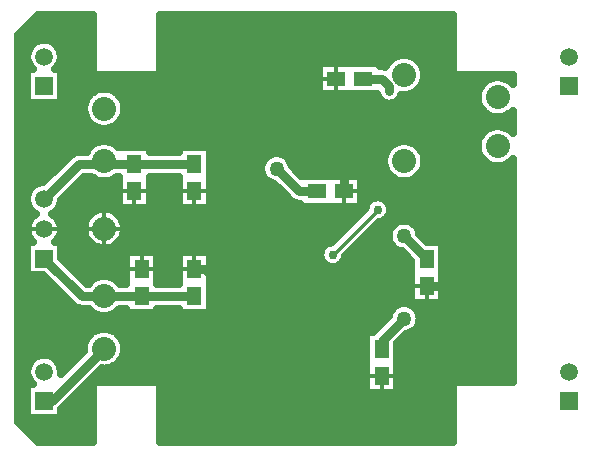
<source format=gbr>
G04 DipTrace 3.3.1.3*
G04 Bottom.gbr*
%MOIN*%
G04 #@! TF.FileFunction,Copper,L2,Bot*
G04 #@! TF.Part,Single*
G04 #@! TA.AperFunction,ViaPad*
%ADD14C,0.03*%
G04 #@! TA.AperFunction,Conductor*
%ADD16C,0.01*%
G04 #@! TA.AperFunction,CopperBalancing*
%ADD17C,0.025*%
%ADD18C,0.013*%
%ADD21R,0.06X0.05*%
%ADD22R,0.05X0.06*%
G04 #@! TA.AperFunction,ViaPad*
%ADD23C,0.05*%
G04 #@! TA.AperFunction,ComponentPad*
%ADD24R,0.05937X0.05937*%
%ADD25C,0.05937*%
%ADD32C,0.08*%
%FSLAX26Y26*%
G04*
G70*
G90*
G75*
G01*
G04 Bottom*
%LPD*%
X625000Y525000D2*
D14*
X450000D1*
X325224D1*
X250000D1*
X125000Y650000D1*
X1275000Y1208031D2*
Y1225000D1*
X1250000Y1250000D1*
X1187500D1*
X1250000Y350000D2*
Y375000D1*
X1325000Y450000D1*
X1400000Y650000D2*
X1325000Y725000D1*
X325000Y525000D2*
X325224D1*
X625000Y965000D2*
X425000D1*
X314190D1*
X241575D1*
X125000Y848425D1*
X1035000Y875000D2*
X975000D1*
X900000Y950000D1*
X325000Y975000D2*
X324190D1*
X314190Y965000D1*
X750000Y525000D2*
X660000Y615000D1*
X625000D1*
X1150000Y950000D2*
X1125000Y925000D1*
Y875000D1*
X1550000Y575000D2*
X1535000Y560000D1*
X1400000D1*
X1087500Y662500D2*
D16*
X1237500Y812500D1*
X125000Y175000D2*
D14*
X150000D1*
X325000Y350000D1*
X1275000Y1208031D3*
D23*
X900000Y950000D3*
X750000Y525000D3*
X1150000Y950000D3*
D14*
X1550000Y575000D3*
X1087500Y662500D3*
X1237500Y812500D3*
D23*
X1175000Y500000D3*
X1350000Y175000D3*
X1575000Y300000D3*
X1325000Y450000D3*
Y725000D3*
X82791Y1437631D2*
D17*
X284987D1*
X515017D2*
X1484991D1*
X57924Y1412762D2*
X284987D1*
X515017D2*
X1484991D1*
X40018Y1387894D2*
X284987D1*
X515017D2*
X1484991D1*
X40018Y1363025D2*
X82636D1*
X167371D2*
X284987D1*
X515017D2*
X1484991D1*
X40018Y1338156D2*
X68282D1*
X181724D2*
X284987D1*
X515017D2*
X1484991D1*
X40018Y1313287D2*
X67241D1*
X182765D2*
X284987D1*
X515017D2*
X1279554D1*
X1370424D2*
X1484991D1*
X40018Y1288419D2*
X78546D1*
X171462D2*
X284987D1*
X515017D2*
X1038483D1*
X1388726D2*
X1484991D1*
X40018Y1263550D2*
X66308D1*
X183698D2*
X292487D1*
X507517D2*
X1038483D1*
X1394000D2*
X1492490D1*
X40018Y1238681D2*
X66308D1*
X183698D2*
X1038483D1*
X1389587D2*
X1592535D1*
X40018Y1213812D2*
X66308D1*
X183698D2*
X303790D1*
X346218D2*
X1038483D1*
X1372793D2*
X1573911D1*
X40018Y1188944D2*
X66308D1*
X183698D2*
X268588D1*
X381420D2*
X1235667D1*
X1314337D2*
X1568529D1*
X40018Y1164075D2*
X257500D1*
X392508D2*
X1572762D1*
X40018Y1139206D2*
X256890D1*
X393118D2*
X1589270D1*
X40018Y1114337D2*
X266364D1*
X383644D2*
X1685009D1*
X40018Y1089469D2*
X294963D1*
X355045D2*
X1618694D1*
X1656314D2*
X1685009D1*
X40018Y1064600D2*
X1581591D1*
X40018Y1039731D2*
X307272D1*
X342738D2*
X1307256D1*
X1342722D2*
X1570143D1*
X40018Y1014862D2*
X269270D1*
X478990D2*
X570984D1*
X679008D2*
X1269255D1*
X1380723D2*
X1569282D1*
X40018Y989993D2*
X205396D1*
X679008D2*
X865055D1*
X934933D2*
X1257699D1*
X1392278D2*
X1578469D1*
X40018Y965125D2*
X180492D1*
X679008D2*
X848261D1*
X951727D2*
X1256731D1*
X1393247D2*
X1606063D1*
X1668945D2*
X1685009D1*
X40018Y940256D2*
X155625D1*
X679008D2*
X846933D1*
X970925D2*
X1265810D1*
X1384203D2*
X1685009D1*
X40018Y915387D2*
X130757D1*
X253134D2*
X293025D1*
X356983D2*
X371001D1*
X478990D2*
X570984D1*
X679008D2*
X859349D1*
X1184005D2*
X1293046D1*
X1356967D2*
X1685009D1*
X40018Y890518D2*
X85291D1*
X228266D2*
X371001D1*
X478990D2*
X570984D1*
X679008D2*
X898283D1*
X1184005D2*
X1685009D1*
X40018Y865650D2*
X69037D1*
X203399D2*
X371001D1*
X478990D2*
X570984D1*
X679008D2*
X923151D1*
X1184005D2*
X1685009D1*
X40018Y840781D2*
X66848D1*
X183160D2*
X371001D1*
X478990D2*
X570984D1*
X679008D2*
X949024D1*
X1184005D2*
X1204627D1*
X1270379D2*
X1685009D1*
X40018Y815912D2*
X76680D1*
X173328D2*
X313694D1*
X336314D2*
X1193647D1*
X1281360D2*
X1685009D1*
X40018Y791043D2*
X85902D1*
X164105D2*
X270167D1*
X379806D2*
X1168995D1*
X1275510D2*
X1685009D1*
X40018Y766175D2*
X69180D1*
X180791D2*
X258003D1*
X392007D2*
X1144126D1*
X1238227D2*
X1291575D1*
X1358438D2*
X1685009D1*
X40018Y741306D2*
X66776D1*
X183232D2*
X256567D1*
X393441D2*
X1119259D1*
X1213360D2*
X1273633D1*
X1376345D2*
X1685009D1*
X40018Y716437D2*
X76320D1*
X173686D2*
X265108D1*
X384900D2*
X1094391D1*
X1188491D2*
X1271731D1*
X1394753D2*
X1685009D1*
X40018Y691568D2*
X66308D1*
X183698D2*
X290765D1*
X359244D2*
X1055385D1*
X1163623D2*
X1283322D1*
X1453999D2*
X1685009D1*
X40018Y666699D2*
X66308D1*
X183698D2*
X396013D1*
X504000D2*
X570984D1*
X679008D2*
X1043722D1*
X1138756D2*
X1322112D1*
X1453999D2*
X1685009D1*
X40018Y641831D2*
X66308D1*
X194356D2*
X396013D1*
X504000D2*
X570984D1*
X679008D2*
X1048997D1*
X1125982D2*
X1346010D1*
X1453999D2*
X1685009D1*
X40018Y616962D2*
X66308D1*
X219223D2*
X396013D1*
X504000D2*
X570984D1*
X679008D2*
X1346010D1*
X1453999D2*
X1685009D1*
X40018Y592093D2*
X121714D1*
X244092D2*
X396013D1*
X504000D2*
X570984D1*
X679008D2*
X1346010D1*
X1453999D2*
X1685009D1*
X40018Y567224D2*
X146581D1*
X378873D2*
X396013D1*
X504000D2*
X570984D1*
X679008D2*
X1346010D1*
X1453999D2*
X1685009D1*
X40018Y542356D2*
X171450D1*
X679008D2*
X1346010D1*
X1453999D2*
X1685009D1*
X40018Y517487D2*
X196318D1*
X679008D2*
X1346010D1*
X1453999D2*
X1685009D1*
X40018Y492618D2*
X221543D1*
X679008D2*
X1293584D1*
X1356429D2*
X1685009D1*
X40018Y467749D2*
X288684D1*
X361325D2*
X1274171D1*
X1375843D2*
X1685009D1*
X40018Y442881D2*
X1256696D1*
X1378499D2*
X1685009D1*
X40018Y418012D2*
X1231827D1*
X1367877D2*
X1685009D1*
X40018Y393143D2*
X271890D1*
X378118D2*
X1196014D1*
X1329337D2*
X1685009D1*
X40018Y368274D2*
X258576D1*
X391432D2*
X1196014D1*
X1304469D2*
X1685009D1*
X40018Y343406D2*
X256316D1*
X393656D2*
X1196014D1*
X1304003D2*
X1685009D1*
X40018Y318537D2*
X89024D1*
X160983D2*
X232345D1*
X386085D2*
X1196014D1*
X1304003D2*
X1685009D1*
X40018Y293668D2*
X70077D1*
X179895D2*
X207478D1*
X362832D2*
X1196014D1*
X1304003D2*
X1685009D1*
X40018Y268799D2*
X66488D1*
X304987D2*
X1196014D1*
X1304003D2*
X1685009D1*
X40018Y243930D2*
X74671D1*
X280119D2*
X1196014D1*
X1304003D2*
X1685009D1*
X40018Y219062D2*
X66308D1*
X255251D2*
X284987D1*
X515017D2*
X1196014D1*
X1304003D2*
X1484991D1*
X40018Y194193D2*
X66308D1*
X230383D2*
X284987D1*
X515017D2*
X1484991D1*
X40018Y169324D2*
X66308D1*
X205516D2*
X284987D1*
X515017D2*
X1484991D1*
X40018Y144455D2*
X66308D1*
X183698D2*
X284987D1*
X515017D2*
X1484991D1*
X40018Y119587D2*
X66308D1*
X183698D2*
X284987D1*
X515017D2*
X1484991D1*
X50461Y94718D2*
X284987D1*
X515017D2*
X1484991D1*
X75328Y69849D2*
X284987D1*
X515017D2*
X1484991D1*
X100196Y44980D2*
X284987D1*
X515017D2*
X1484991D1*
X1207686Y406500D2*
X1222794D1*
X1274134Y458056D1*
X1276021Y465915D1*
X1279113Y473381D1*
X1283336Y480270D1*
X1288584Y486416D1*
X1294730Y491664D1*
X1301619Y495887D1*
X1309085Y498979D1*
X1316944Y500866D1*
X1325000Y501500D1*
X1333056Y500866D1*
X1340915Y498979D1*
X1348381Y495887D1*
X1355270Y491664D1*
X1361416Y486416D1*
X1366664Y480270D1*
X1370887Y473381D1*
X1373979Y465915D1*
X1375866Y458056D1*
X1376500Y450000D1*
X1375866Y441944D1*
X1373979Y434085D1*
X1370887Y426619D1*
X1366664Y419730D1*
X1361416Y413584D1*
X1355270Y408336D1*
X1348381Y404113D1*
X1340915Y401021D1*
X1332790Y399102D1*
X1301491Y367801D1*
X1301500Y203500D1*
X1198500D1*
Y406500D1*
X1207686D1*
X501500Y483500D2*
Y468500D1*
X398500D1*
Y483535D1*
X376975Y483500D1*
X372022Y477978D1*
X364088Y471201D1*
X355190Y465748D1*
X345550Y461755D1*
X335403Y459319D1*
X325000Y458500D1*
X314597Y459319D1*
X304450Y461755D1*
X294810Y465748D1*
X285912Y471201D1*
X277978Y477978D1*
X273108Y483493D1*
X246744Y483627D1*
X240312Y484647D1*
X234118Y486659D1*
X228316Y489615D1*
X223047Y493444D1*
X194672Y521638D1*
X122483Y593827D1*
X68815Y593815D1*
Y706185D1*
X87941D1*
X82825Y711303D1*
X78344Y717121D1*
X74659Y723474D1*
X71835Y730253D1*
X69919Y737343D1*
X68944Y744621D1*
X68927Y751965D1*
X69867Y759248D1*
X71749Y766346D1*
X74542Y773139D1*
X78197Y779509D1*
X82651Y785348D1*
X87828Y790556D1*
X93640Y795045D1*
X99383Y798423D1*
X91975Y802971D1*
X85272Y808697D1*
X79546Y815400D1*
X74938Y822917D1*
X71564Y831063D1*
X69507Y839636D1*
X68815Y848425D1*
X69507Y857214D1*
X71564Y865787D1*
X74938Y873933D1*
X79546Y881450D1*
X85272Y888154D1*
X91975Y893879D1*
X99492Y898487D1*
X107638Y901861D1*
X116211Y903919D1*
X122400Y904508D1*
X214622Y996556D1*
X219891Y1000385D1*
X225693Y1003341D1*
X231887Y1005353D1*
X238319Y1006373D1*
X266442Y1006500D1*
X271201Y1014088D1*
X277978Y1022022D1*
X285912Y1028799D1*
X294810Y1034252D1*
X304450Y1038245D1*
X314597Y1040681D1*
X325000Y1041500D1*
X335403Y1040681D1*
X345550Y1038245D1*
X355190Y1034252D1*
X364088Y1028799D1*
X372022Y1022022D1*
X373504Y1020420D1*
X373500Y1021500D1*
X476500D1*
Y1006465D1*
X573525Y1006500D1*
X573500Y1021500D1*
X676500D1*
Y818500D1*
X573500D1*
Y923504D1*
X476475Y923500D1*
X476500Y818500D1*
X373500D1*
Y923504D1*
X367047Y923500D1*
X359747Y918299D1*
X350449Y913562D1*
X340524Y910337D1*
X330218Y908705D1*
X319782D1*
X309476Y910337D1*
X299551Y913562D1*
X290253Y918299D1*
X282982Y923512D1*
X258749Y923500D1*
X181121Y845857D1*
X180493Y839636D1*
X178436Y831063D1*
X175062Y822917D1*
X170454Y815400D1*
X164728Y808697D1*
X158025Y802971D1*
X150613Y798423D1*
X156029Y795265D1*
X161873Y790818D1*
X167087Y785647D1*
X171583Y779840D1*
X175282Y773495D1*
X178122Y766723D1*
X180055Y759638D1*
X181047Y752362D1*
X181064Y744753D1*
X180108Y737472D1*
X178207Y730378D1*
X175399Y723593D1*
X171730Y717231D1*
X167262Y711403D1*
X162045Y706184D1*
X181185Y706185D1*
Y652538D1*
X267182Y566507D1*
X273073Y566500D1*
X277978Y572022D1*
X285912Y578799D1*
X294810Y584252D1*
X304450Y588245D1*
X314597Y590681D1*
X325000Y591500D1*
X335403Y590681D1*
X345550Y588245D1*
X355190Y584252D1*
X364088Y578799D1*
X372022Y572022D1*
X376892Y566507D1*
X398535Y566500D1*
X398500Y671500D1*
X501500D1*
Y566496D1*
X573478Y566500D1*
X573500Y671500D1*
X676500D1*
Y468500D1*
X573500D1*
Y483535D1*
X501522Y483500D1*
X1402219Y706500D2*
X1451500D1*
Y503500D1*
X1348500D1*
Y642841D1*
X1316944Y674134D1*
X1309085Y676021D1*
X1301619Y679113D1*
X1294730Y683336D1*
X1288584Y688584D1*
X1283336Y694730D1*
X1279113Y701619D1*
X1276021Y709085D1*
X1274134Y716944D1*
X1273500Y725000D1*
X1274134Y733056D1*
X1276021Y740915D1*
X1279113Y748381D1*
X1283336Y755270D1*
X1288584Y761416D1*
X1294730Y766664D1*
X1301619Y770887D1*
X1309085Y773979D1*
X1316944Y775866D1*
X1325000Y776500D1*
X1333056Y775866D1*
X1340915Y773979D1*
X1348381Y770887D1*
X1355270Y766664D1*
X1361416Y761416D1*
X1366664Y755270D1*
X1370887Y748381D1*
X1373979Y740915D1*
X1375898Y732790D1*
X1402175Y706514D1*
X1140186Y1301500D2*
X1244000D1*
Y1291488D1*
X1253256Y1291373D1*
X1259688Y1290353D1*
X1262836Y1289465D1*
X1265748Y1292690D1*
X1271201Y1301588D1*
X1277978Y1309522D1*
X1285912Y1316299D1*
X1294810Y1321752D1*
X1304450Y1325745D1*
X1314597Y1328181D1*
X1325000Y1329000D1*
X1335403Y1328181D1*
X1345550Y1325745D1*
X1355190Y1321752D1*
X1364088Y1316299D1*
X1372022Y1309522D1*
X1378799Y1301588D1*
X1384252Y1292690D1*
X1388245Y1283050D1*
X1390681Y1272903D1*
X1391500Y1262500D1*
X1390681Y1252097D1*
X1388245Y1241950D1*
X1384252Y1232310D1*
X1378799Y1223412D1*
X1372022Y1215478D1*
X1364088Y1208701D1*
X1355190Y1203248D1*
X1345550Y1199255D1*
X1335403Y1196819D1*
X1325000Y1196000D1*
X1314941Y1196778D1*
X1313341Y1192150D1*
X1310385Y1186348D1*
X1306556Y1181079D1*
X1301953Y1176475D1*
X1296684Y1172647D1*
X1290882Y1169690D1*
X1284688Y1167678D1*
X1278256Y1166659D1*
X1271744D1*
X1265312Y1167678D1*
X1259118Y1169690D1*
X1253316Y1172647D1*
X1248047Y1176475D1*
X1243444Y1181079D1*
X1239615Y1186348D1*
X1236659Y1192150D1*
X1234644Y1198356D1*
X1179696Y1198500D1*
X1041000D1*
Y1301500D1*
X1140186D1*
X1070337Y926500D2*
X1181500D1*
Y823500D1*
X978500D1*
Y833512D1*
X971744Y833627D1*
X965312Y834647D1*
X959118Y836659D1*
X953316Y839615D1*
X948047Y843444D1*
X919672Y871638D1*
X891944Y899134D1*
X884085Y901021D1*
X876619Y904113D1*
X869730Y908336D1*
X863584Y913584D1*
X858336Y919730D1*
X854113Y926619D1*
X851021Y934085D1*
X849134Y941944D1*
X848500Y950000D1*
X849134Y958056D1*
X851021Y965915D1*
X854113Y973381D1*
X858336Y980270D1*
X863584Y986416D1*
X869730Y991664D1*
X876619Y995887D1*
X884085Y998979D1*
X891944Y1000866D1*
X900000Y1001500D1*
X908056Y1000866D1*
X915915Y998979D1*
X923381Y995887D1*
X930270Y991664D1*
X936416Y986416D1*
X941664Y980270D1*
X945887Y973381D1*
X948979Y965915D1*
X950898Y957790D1*
X982199Y926491D1*
X1070337Y926500D1*
X78001Y1281185D2*
X87941D1*
X82277Y1286936D1*
X77094Y1294068D1*
X73092Y1301924D1*
X70367Y1310310D1*
X68988Y1319017D1*
Y1327833D1*
X70367Y1336541D1*
X73092Y1344927D1*
X77094Y1352782D1*
X82277Y1359915D1*
X88510Y1366148D1*
X95643Y1371331D1*
X103499Y1375333D1*
X111885Y1378058D1*
X120592Y1379437D1*
X129408D1*
X138115Y1378058D1*
X146501Y1375333D1*
X154357Y1371331D1*
X161490Y1366148D1*
X167723Y1359915D1*
X172906Y1352782D1*
X176908Y1344927D1*
X179633Y1336541D1*
X181012Y1327833D1*
Y1319017D1*
X179633Y1310310D1*
X176908Y1301924D1*
X172906Y1294068D1*
X167723Y1286936D1*
X162008Y1281181D1*
X181185Y1281185D1*
Y1168815D1*
X68815D1*
Y1281185D1*
X78001D1*
Y231185D2*
X87941D1*
X82277Y236936D1*
X77094Y244068D1*
X73092Y251924D1*
X70367Y260310D1*
X68988Y269017D1*
Y277833D1*
X70367Y286541D1*
X73092Y294927D1*
X77094Y302782D1*
X82277Y309915D1*
X88510Y316148D1*
X95643Y321331D1*
X103499Y325333D1*
X111885Y328058D1*
X120592Y329437D1*
X129408D1*
X138115Y328058D1*
X146501Y325333D1*
X154357Y321331D1*
X161490Y316148D1*
X167723Y309915D1*
X172906Y302782D1*
X176908Y294927D1*
X179633Y286541D1*
X181012Y277833D1*
Y269017D1*
X180382Y264079D1*
X258917Y342608D1*
X258500Y350000D1*
X259319Y360403D1*
X261755Y370550D1*
X265748Y380190D1*
X271201Y389088D1*
X277978Y397022D1*
X285912Y403799D1*
X294810Y409252D1*
X304450Y413245D1*
X314597Y415681D1*
X325000Y416500D1*
X335403Y415681D1*
X345550Y413245D1*
X355190Y409252D1*
X364088Y403799D1*
X372022Y397022D1*
X378799Y389088D1*
X384252Y380190D1*
X388245Y370550D1*
X390681Y360403D1*
X391500Y350000D1*
X390681Y339597D1*
X388245Y329450D1*
X384252Y319810D1*
X378799Y310912D1*
X372022Y302978D1*
X364088Y296201D1*
X355190Y290748D1*
X345550Y286755D1*
X335403Y284319D1*
X325000Y283500D1*
X317656Y283957D1*
X181184Y147493D1*
X181185Y118815D1*
X68815D1*
Y231185D1*
X78001D1*
X391475Y748163D2*
X390866Y740843D1*
X389455Y733634D1*
X387257Y726626D1*
X384299Y719902D1*
X380618Y713546D1*
X376259Y707634D1*
X371273Y702240D1*
X365723Y697428D1*
X359677Y693257D1*
X353207Y689778D1*
X346394Y687035D1*
X339319Y685060D1*
X332070Y683877D1*
X324734Y683500D1*
X317402Y683936D1*
X310161Y685177D1*
X303102Y687209D1*
X296311Y690007D1*
X289870Y693537D1*
X283857Y697756D1*
X278345Y702612D1*
X273404Y708046D1*
X269092Y713992D1*
X265462Y720378D1*
X262558Y727126D1*
X260416Y734151D1*
X259062Y741371D1*
X258513Y748696D1*
X258774Y756037D1*
X259844Y763303D1*
X261709Y770408D1*
X264346Y777264D1*
X267723Y783787D1*
X271798Y789898D1*
X276524Y795522D1*
X281840Y800591D1*
X287682Y805042D1*
X293980Y808822D1*
X300657Y811885D1*
X307630Y814192D1*
X314816Y815715D1*
X322126Y816438D1*
X329471Y816349D1*
X336761Y815451D1*
X343908Y813756D1*
X350824Y811281D1*
X357425Y808059D1*
X363630Y804129D1*
X369365Y799538D1*
X374558Y794344D1*
X379146Y788608D1*
X383073Y782400D1*
X386293Y775798D1*
X388764Y768881D1*
X390457Y761734D1*
X391352Y754442D1*
X391475Y748163D1*
X391295Y1144782D2*
X389663Y1134476D1*
X386438Y1124551D1*
X381701Y1115253D1*
X375567Y1106812D1*
X368188Y1099433D1*
X359747Y1093299D1*
X350449Y1088562D1*
X340524Y1085337D1*
X330218Y1083705D1*
X319782D1*
X309476Y1085337D1*
X299551Y1088562D1*
X290253Y1093299D1*
X281812Y1099433D1*
X274433Y1106812D1*
X268299Y1115253D1*
X263562Y1124551D1*
X260337Y1134476D1*
X258705Y1144782D1*
Y1155218D1*
X260337Y1165524D1*
X263562Y1175449D1*
X268299Y1184747D1*
X274433Y1193188D1*
X281812Y1200567D1*
X290253Y1206701D1*
X299551Y1211438D1*
X309476Y1214663D1*
X319782Y1216295D1*
X330218D1*
X340524Y1214663D1*
X350449Y1211438D1*
X359747Y1206701D1*
X368188Y1200567D1*
X375567Y1193188D1*
X381701Y1184747D1*
X386438Y1175449D1*
X389663Y1165524D1*
X391295Y1155218D1*
Y1144782D1*
X1391295Y969782D2*
X1389663Y959476D1*
X1386438Y949551D1*
X1381701Y940253D1*
X1375567Y931812D1*
X1368188Y924433D1*
X1359747Y918299D1*
X1350449Y913562D1*
X1340524Y910337D1*
X1330218Y908705D1*
X1319782D1*
X1309476Y910337D1*
X1299551Y913562D1*
X1290253Y918299D1*
X1281812Y924433D1*
X1274433Y931812D1*
X1268299Y940253D1*
X1263562Y949551D1*
X1260337Y959476D1*
X1258705Y969782D1*
Y980218D1*
X1260337Y990524D1*
X1263562Y1000449D1*
X1268299Y1009747D1*
X1274433Y1018188D1*
X1281812Y1025567D1*
X1290253Y1031701D1*
X1299551Y1036438D1*
X1309476Y1039663D1*
X1319782Y1041295D1*
X1330218D1*
X1340524Y1039663D1*
X1350449Y1036438D1*
X1359747Y1031701D1*
X1368188Y1025567D1*
X1375567Y1018188D1*
X1381701Y1009747D1*
X1386438Y1000449D1*
X1389663Y990524D1*
X1391295Y980218D1*
Y969782D1*
X1687499Y981198D2*
X1680688Y974433D1*
X1672247Y968299D1*
X1662949Y963562D1*
X1653024Y960337D1*
X1642718Y958705D1*
X1632282D1*
X1621976Y960337D1*
X1612051Y963562D1*
X1602753Y968299D1*
X1594312Y974433D1*
X1586933Y981812D1*
X1580799Y990253D1*
X1576062Y999551D1*
X1572837Y1009476D1*
X1571205Y1019782D1*
Y1030218D1*
X1572837Y1040524D1*
X1576062Y1050449D1*
X1580799Y1059747D1*
X1586933Y1068188D1*
X1594312Y1075567D1*
X1602753Y1081701D1*
X1612051Y1086438D1*
X1621976Y1089663D1*
X1632282Y1091295D1*
X1642718D1*
X1653024Y1089663D1*
X1662949Y1086438D1*
X1672247Y1081701D1*
X1680688Y1075567D1*
X1687499Y1068802D1*
X1687500Y1143626D1*
X1680688Y1136933D1*
X1672247Y1130799D1*
X1662949Y1126062D1*
X1653024Y1122837D1*
X1642718Y1121205D1*
X1632282D1*
X1621976Y1122837D1*
X1612051Y1126062D1*
X1602753Y1130799D1*
X1594312Y1136933D1*
X1586933Y1144312D1*
X1580799Y1152753D1*
X1576062Y1162051D1*
X1572837Y1171976D1*
X1571205Y1182282D1*
Y1192718D1*
X1572837Y1203024D1*
X1576062Y1212949D1*
X1580799Y1222247D1*
X1586933Y1230688D1*
X1594312Y1238067D1*
X1602753Y1244201D1*
X1612051Y1248938D1*
X1621976Y1252163D1*
X1632282Y1253795D1*
X1642718D1*
X1653024Y1252163D1*
X1662949Y1248938D1*
X1672247Y1244201D1*
X1680688Y1238067D1*
X1687499Y1231302D1*
X1687500Y1262474D1*
X1498045Y1262654D1*
X1495217Y1263451D1*
X1492652Y1264887D1*
X1490495Y1266882D1*
X1488862Y1269325D1*
X1487845Y1272081D1*
X1487500Y1275004D1*
Y1462495D1*
X512503Y1462500D1*
X512346Y1273045D1*
X511549Y1270217D1*
X510113Y1267652D1*
X508118Y1265495D1*
X505675Y1263862D1*
X502919Y1262845D1*
X499996Y1262500D1*
X298045Y1262654D1*
X295217Y1263451D1*
X292652Y1264887D1*
X290495Y1266882D1*
X288862Y1269325D1*
X287845Y1272081D1*
X287500Y1275004D1*
Y1462495D1*
X105177Y1462500D1*
X37513Y1394835D1*
X37500Y105190D1*
X105165Y37513D1*
X287495Y37500D1*
X287654Y226955D1*
X288451Y229783D1*
X289887Y232348D1*
X291882Y234505D1*
X294325Y236138D1*
X297081Y237155D1*
X300004Y237500D1*
X501955Y237346D1*
X504783Y236549D1*
X507348Y235113D1*
X509505Y233118D1*
X511138Y230675D1*
X512155Y227919D1*
X512500Y224996D1*
Y37505D1*
X1487497Y37500D1*
X1487654Y226955D1*
X1488451Y229783D1*
X1489887Y232348D1*
X1491882Y234505D1*
X1494325Y236138D1*
X1497081Y237155D1*
X1500004Y237500D1*
X1687495D1*
X1687500Y981142D1*
X1084332Y703881D2*
X1196127Y815756D1*
X1197147Y822188D1*
X1199159Y828382D1*
X1202115Y834184D1*
X1205944Y839451D1*
X1210549Y844056D1*
X1215816Y847885D1*
X1221618Y850841D1*
X1227812Y852853D1*
X1234244Y853873D1*
X1240756D1*
X1247188Y852853D1*
X1253382Y850841D1*
X1259184Y847885D1*
X1264451Y844056D1*
X1269056Y839451D1*
X1272885Y834184D1*
X1275841Y828382D1*
X1277853Y822188D1*
X1278873Y815756D1*
Y809244D1*
X1277853Y802812D1*
X1275841Y796618D1*
X1272885Y790816D1*
X1269056Y785549D1*
X1264451Y780944D1*
X1259184Y777115D1*
X1253382Y774159D1*
X1247188Y772147D1*
X1240667Y771125D1*
X1128873Y659244D1*
X1127853Y652812D1*
X1125841Y646618D1*
X1122885Y640816D1*
X1119056Y635549D1*
X1114451Y630944D1*
X1109184Y627115D1*
X1103382Y624159D1*
X1097188Y622147D1*
X1090756Y621127D1*
X1084244D1*
X1077812Y622147D1*
X1071618Y624159D1*
X1065816Y627115D1*
X1060549Y630944D1*
X1055944Y635549D1*
X1052115Y640816D1*
X1049159Y646618D1*
X1047147Y652812D1*
X1046127Y659244D1*
Y665756D1*
X1047147Y672188D1*
X1049159Y678382D1*
X1052115Y684184D1*
X1055944Y689451D1*
X1060549Y694056D1*
X1065816Y697885D1*
X1071618Y700841D1*
X1077812Y702853D1*
X1084333Y703875D1*
X1250000Y260000D2*
D18*
Y203535D1*
X1198535Y260000D2*
X1301465D1*
X450000Y671465D2*
Y615000D1*
X398535D2*
X501465D1*
X425000Y875000D2*
Y818535D1*
X373535Y875000D2*
X476465D1*
X1400000Y560000D2*
Y503535D1*
X1348535Y560000D2*
X1451465D1*
X625000Y671465D2*
Y615000D1*
X573535D2*
X676465D1*
X625000Y875000D2*
Y818535D1*
X573535Y875000D2*
X676465D1*
X1097500Y1301463D2*
Y1198535D1*
X1041037Y1250000D2*
X1097500D1*
X1125000Y926463D2*
Y823535D1*
Y875000D2*
X1181465D1*
X68850Y748425D2*
X181150D1*
X325000Y816465D2*
Y683535D1*
X258535Y750000D2*
X391465D1*
D22*
X1250000Y350000D3*
Y260000D3*
X450000Y525000D3*
Y615000D3*
X425000Y875000D3*
Y965000D3*
X1400000Y650000D3*
Y560000D3*
X625000Y525000D3*
Y615000D3*
Y875000D3*
Y965000D3*
D21*
X1187500Y1250000D3*
X1097500D3*
X1125000Y875000D3*
X1035000D3*
D24*
X125000Y650000D3*
D25*
Y748425D3*
Y848425D3*
D24*
Y1225000D3*
D25*
Y1323425D3*
D24*
Y175000D3*
D25*
Y273425D3*
D24*
X1875000Y1225000D3*
D25*
Y1323425D3*
D24*
Y175000D3*
D25*
Y273425D3*
D32*
X325000Y525000D3*
Y750000D3*
Y975000D3*
Y1150000D3*
Y350000D3*
X1325000Y1262500D3*
Y975000D3*
X1637500Y1025000D3*
Y1187500D3*
M02*

</source>
